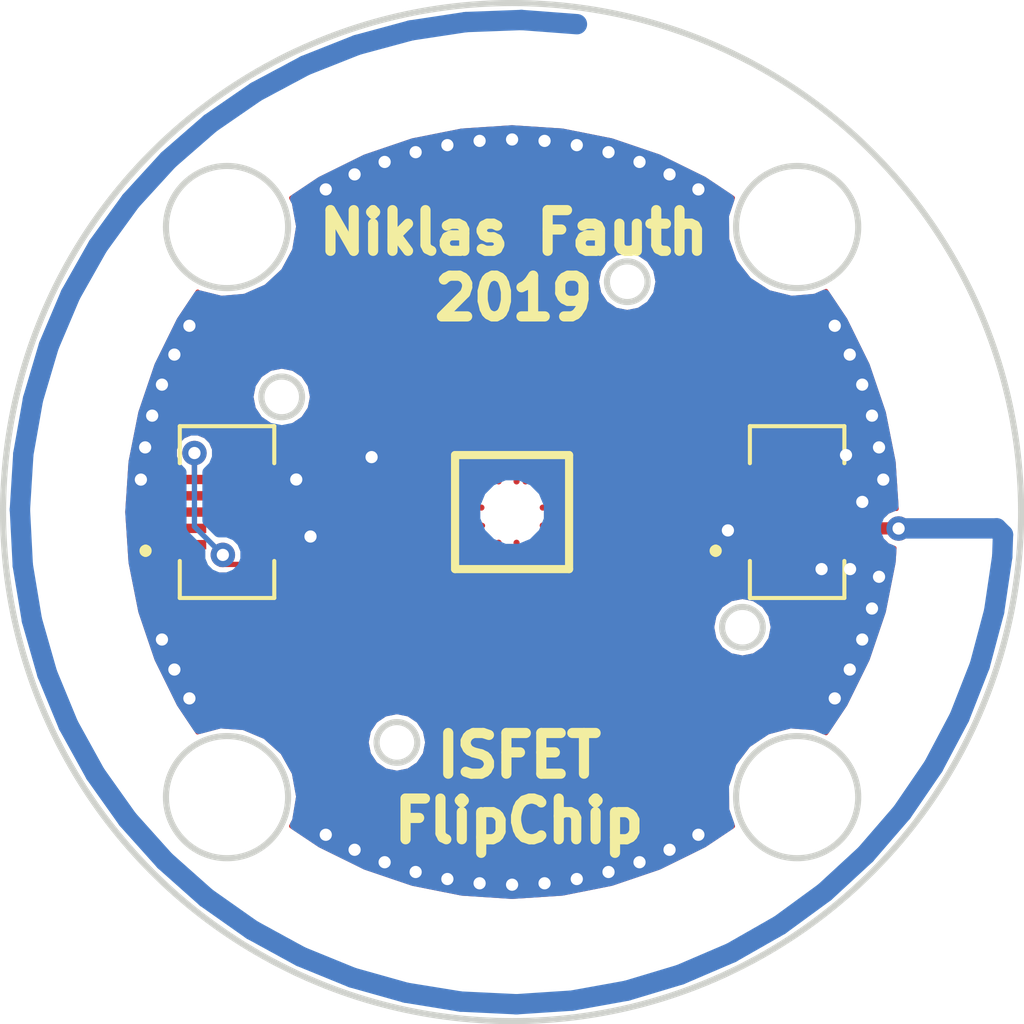
<source format=kicad_pcb>
(kicad_pcb (version 20171130) (host pcbnew 5.0.2-bee76a0~70~ubuntu18.04.1)

  (general
    (thickness 0.6)
    (drawings 28)
    (tracks 199)
    (zones 0)
    (modules 4)
    (nets 16)
  )

  (page A4)
  (layers
    (0 F.Cu signal)
    (31 B.Cu signal)
    (32 B.Adhes user)
    (33 F.Adhes user)
    (34 B.Paste user)
    (35 F.Paste user)
    (36 B.SilkS user)
    (37 F.SilkS user)
    (38 B.Mask user)
    (39 F.Mask user)
    (40 Dwgs.User user)
    (41 Cmts.User user hide)
    (42 Eco1.User user)
    (43 Eco2.User user)
    (44 Edge.Cuts user)
    (45 Margin user)
    (46 B.CrtYd user hide)
    (47 F.CrtYd user hide)
    (48 B.Fab user hide)
    (49 F.Fab user hide)
  )

  (setup
    (last_trace_width 0.13)
    (user_trace_width 0.089)
    (user_trace_width 0.1)
    (user_trace_width 0.2)
    (user_trace_width 0.3)
    (user_trace_width 0.5)
    (user_trace_width 0.8)
    (user_trace_width 1)
    (trace_clearance 0.13)
    (zone_clearance 0.1)
    (zone_45_only no)
    (trace_min 0.089)
    (segment_width 0.2)
    (edge_width 0.15)
    (via_size 0.6)
    (via_drill 0.3)
    (via_min_size 0.45)
    (via_min_drill 0.2)
    (uvia_size 0.3)
    (uvia_drill 0.1)
    (uvias_allowed no)
    (uvia_min_size 0.2)
    (uvia_min_drill 0.1)
    (pcb_text_width 0.3)
    (pcb_text_size 1.5 1.5)
    (mod_edge_width 0.15)
    (mod_text_size 0 0)
    (mod_text_width 0)
    (pad_size 1.3 1.3)
    (pad_drill 1.3)
    (pad_to_mask_clearance 0.051)
    (solder_mask_min_width 0.25)
    (aux_axis_origin 0 0)
    (visible_elements FFFFFF7F)
    (pcbplotparams
      (layerselection 0x010f0_ffffffff)
      (usegerberextensions true)
      (usegerberattributes false)
      (usegerberadvancedattributes false)
      (creategerberjobfile false)
      (excludeedgelayer true)
      (linewidth 0.100000)
      (plotframeref false)
      (viasonmask false)
      (mode 1)
      (useauxorigin false)
      (hpglpennumber 1)
      (hpglpenspeed 20)
      (hpglpendiameter 15.000000)
      (psnegative false)
      (psa4output false)
      (plotreference true)
      (plotvalue true)
      (plotinvisibletext false)
      (padsonsilk false)
      (subtractmaskfromsilk false)
      (outputformat 1)
      (mirror false)
      (drillshape 0)
      (scaleselection 1)
      (outputdirectory "gerber_flipchip_implnt_V1.3"))
  )

  (net 0 "")
  (net 1 GNDD)
  (net 2 REFFET1_D2)
  (net 3 REFFET1_D3)
  (net 4 REFFET1_D4)
  (net 5 ISFET1_D4)
  (net 6 ISFET1_D3)
  (net 7 ISFET1_D2)
  (net 8 ISFET1_D1)
  (net 9 ELEC1)
  (net 10 RF_ANT)
  (net 11 "Net-(J11-Pad7)")
  (net 12 "Net-(J11-Pad8)")
  (net 13 "Net-(J11-Pad1)")
  (net 14 "Net-(J11-Pad5)")
  (net 15 O2_ELEC1)

  (net_class Default "This is the default net class."
    (clearance 0.13)
    (trace_width 0.13)
    (via_dia 0.6)
    (via_drill 0.3)
    (uvia_dia 0.3)
    (uvia_drill 0.1)
    (add_net ELEC1)
    (add_net GNDD)
    (add_net ISFET1_D1)
    (add_net ISFET1_D2)
    (add_net ISFET1_D3)
    (add_net ISFET1_D4)
    (add_net "Net-(J11-Pad1)")
    (add_net "Net-(J11-Pad5)")
    (add_net "Net-(J11-Pad7)")
    (add_net "Net-(J11-Pad8)")
    (add_net O2_ELEC1)
    (add_net REFFET1_D2)
    (add_net REFFET1_D3)
    (add_net REFFET1_D4)
    (add_net RF_ANT)
  )

  (module "DF37NC-10DS-0.4V(51):DF37NC10DS04V51" locked (layer F.Cu) (tedit 5D6FF60C) (tstamp 5CEB07AF)
    (at 117 80 270)
    (descr "DF37NC-10DS-0.4V(51)-2")
    (tags Connector)
    (path /5CDD71F8)
    (attr smd)
    (fp_text reference J11 (at 0 0.205 270) (layer F.SilkS) hide
      (effects (font (size 1.27 1.27) (thickness 0.254)))
    )
    (fp_text value Conn_02x05_Odd_Even_MountingPin (at 0 0.205 270) (layer F.SilkS) hide
      (effects (font (size 1.27 1.27) (thickness 0.254)))
    )
    (fp_arc (start 0.95 2) (end 0.9 2) (angle -180) (layer F.SilkS) (width 0.2))
    (fp_arc (start 0.95 2) (end 1 2) (angle -180) (layer F.SilkS) (width 0.2))
    (fp_line (start 0.9 2) (end 0.9 2) (layer F.SilkS) (width 0.2))
    (fp_line (start 1 2) (end 1 2) (layer F.SilkS) (width 0.2))
    (fp_line (start -2.11 1.16) (end -1.2 1.16) (layer F.SilkS) (width 0.1))
    (fp_line (start -2.11 -1.16) (end -2.11 1.16) (layer F.SilkS) (width 0.1))
    (fp_line (start -1.2 -1.16) (end -2.11 -1.16) (layer F.SilkS) (width 0.1))
    (fp_line (start 2.11 1.16) (end 1.2 1.16) (layer F.SilkS) (width 0.1))
    (fp_line (start 2.11 -1.16) (end 2.11 1.16) (layer F.SilkS) (width 0.1))
    (fp_line (start 1.2 -1.16) (end 2.11 -1.16) (layer F.SilkS) (width 0.1))
    (fp_line (start 3.11 3.05) (end 3.11 -2.64) (layer Dwgs.User) (width 0.1))
    (fp_line (start -3.11 3.05) (end 3.11 3.05) (layer Dwgs.User) (width 0.1))
    (fp_line (start -3.11 -2.64) (end -3.11 3.05) (layer Dwgs.User) (width 0.1))
    (fp_line (start 3.11 -2.64) (end -3.11 -2.64) (layer Dwgs.User) (width 0.1))
    (fp_line (start 2.11 1.16) (end 2.11 -1.16) (layer Dwgs.User) (width 0.2))
    (fp_line (start -2.11 1.16) (end 2.11 1.16) (layer Dwgs.User) (width 0.2))
    (fp_line (start -2.11 -1.16) (end -2.11 1.16) (layer Dwgs.User) (width 0.2))
    (fp_line (start 2.11 -1.16) (end -2.11 -1.16) (layer Dwgs.User) (width 0.2))
    (pad 10 smd rect (at -0.8 -0.825 270) (size 0.23 0.63) (layers F.Cu F.Paste F.Mask)
      (net 15 O2_ELEC1))
    (pad 9 smd rect (at -0.8 0.825 270) (size 0.23 0.63) (layers F.Cu F.Paste F.Mask)
      (net 9 ELEC1))
    (pad 8 smd rect (at -0.4 -0.825 270) (size 0.23 0.63) (layers F.Cu F.Paste F.Mask)
      (net 12 "Net-(J11-Pad8)"))
    (pad 7 smd rect (at -0.4 0.825 270) (size 0.23 0.63) (layers F.Cu F.Paste F.Mask)
      (net 11 "Net-(J11-Pad7)"))
    (pad 6 smd rect (at 0 -0.825 270) (size 0.23 0.63) (layers F.Cu F.Paste F.Mask)
      (net 1 GNDD))
    (pad 5 smd rect (at 0 0.825 270) (size 0.23 0.63) (layers F.Cu F.Paste F.Mask)
      (net 14 "Net-(J11-Pad5)"))
    (pad 4 smd rect (at 0.4 -0.825 270) (size 0.23 0.63) (layers F.Cu F.Paste F.Mask)
      (net 10 RF_ANT))
    (pad 3 smd rect (at 0.4 0.825 270) (size 0.23 0.63) (layers F.Cu F.Paste F.Mask)
      (net 1 GNDD))
    (pad 2 smd rect (at 0.8 -0.825 270) (size 0.23 0.63) (layers F.Cu F.Paste F.Mask)
      (net 1 GNDD))
    (pad 1 smd rect (at 0.8 0.825 270) (size 0.23 0.63) (layers F.Cu F.Paste F.Mask)
      (net 13 "Net-(J11-Pad1)"))
  )

  (module "DF37NC-10DS-0.4V(51):DF37NC10DS04V51" (layer F.Cu) (tedit 5D6FF5EB) (tstamp 5CF16BCB)
    (at 103 80 270)
    (descr "DF37NC-10DS-0.4V(51)-2")
    (tags Connector)
    (path /5CE23AE6)
    (attr smd)
    (fp_text reference J12 (at 0 0.205 270) (layer F.SilkS) hide
      (effects (font (size 1.27 1.27) (thickness 0.254)))
    )
    (fp_text value Conn_02x05_Odd_Even_MountingPin (at 0 0.205 270) (layer F.SilkS) hide
      (effects (font (size 1.27 1.27) (thickness 0.254)))
    )
    (fp_arc (start 0.95 2) (end 0.9 2) (angle -180) (layer F.SilkS) (width 0.2))
    (fp_arc (start 0.95 2) (end 1 2) (angle -180) (layer F.SilkS) (width 0.2))
    (fp_line (start 0.9 2) (end 0.9 2) (layer F.SilkS) (width 0.2))
    (fp_line (start 1 2) (end 1 2) (layer F.SilkS) (width 0.2))
    (fp_line (start -2.11 1.16) (end -1.2 1.16) (layer F.SilkS) (width 0.1))
    (fp_line (start -2.11 -1.16) (end -2.11 1.16) (layer F.SilkS) (width 0.1))
    (fp_line (start -1.2 -1.16) (end -2.11 -1.16) (layer F.SilkS) (width 0.1))
    (fp_line (start 2.11 1.16) (end 1.2 1.16) (layer F.SilkS) (width 0.1))
    (fp_line (start 2.11 -1.16) (end 2.11 1.16) (layer F.SilkS) (width 0.1))
    (fp_line (start 1.2 -1.16) (end 2.11 -1.16) (layer F.SilkS) (width 0.1))
    (fp_line (start 3.11 3.05) (end 3.11 -2.64) (layer Dwgs.User) (width 0.1))
    (fp_line (start -3.11 3.05) (end 3.11 3.05) (layer Dwgs.User) (width 0.1))
    (fp_line (start -3.11 -2.64) (end -3.11 3.05) (layer Dwgs.User) (width 0.1))
    (fp_line (start 3.11 -2.64) (end -3.11 -2.64) (layer Dwgs.User) (width 0.1))
    (fp_line (start 2.11 1.16) (end 2.11 -1.16) (layer Dwgs.User) (width 0.2))
    (fp_line (start -2.11 1.16) (end 2.11 1.16) (layer Dwgs.User) (width 0.2))
    (fp_line (start -2.11 -1.16) (end -2.11 1.16) (layer Dwgs.User) (width 0.2))
    (fp_line (start 2.11 -1.16) (end -2.11 -1.16) (layer Dwgs.User) (width 0.2))
    (pad 10 smd rect (at -0.8 -0.825 270) (size 0.23 0.63) (layers F.Cu F.Paste F.Mask)
      (net 1 GNDD))
    (pad 9 smd rect (at -0.8 0.825 270) (size 0.23 0.63) (layers F.Cu F.Paste F.Mask))
    (pad 8 smd rect (at -0.4 -0.825 270) (size 0.23 0.63) (layers F.Cu F.Paste F.Mask)
      (net 2 REFFET1_D2))
    (pad 7 smd rect (at -0.4 0.825 270) (size 0.23 0.63) (layers F.Cu F.Paste F.Mask)
      (net 5 ISFET1_D4))
    (pad 6 smd rect (at 0 -0.825 270) (size 0.23 0.63) (layers F.Cu F.Paste F.Mask)
      (net 3 REFFET1_D3))
    (pad 5 smd rect (at 0 0.825 270) (size 0.23 0.63) (layers F.Cu F.Paste F.Mask)
      (net 6 ISFET1_D3))
    (pad 4 smd rect (at 0.4 -0.825 270) (size 0.23 0.63) (layers F.Cu F.Paste F.Mask)
      (net 4 REFFET1_D4))
    (pad 3 smd rect (at 0.4 0.825 270) (size 0.23 0.63) (layers F.Cu F.Paste F.Mask)
      (net 7 ISFET1_D2))
    (pad 2 smd rect (at 0.8 -0.825 270) (size 0.23 0.63) (layers F.Cu F.Paste F.Mask))
    (pad 1 smd rect (at 0.8 0.825 270) (size 0.23 0.63) (layers F.Cu F.Paste F.Mask)
      (net 8 ISFET1_D1))
  )

  (module MountingHole:MountingHole_2.5mm (layer F.Cu) (tedit 5D65E28D) (tstamp 5CE83DBE)
    (at 110 80)
    (descr "Mounting Hole 2.5mm, no annular")
    (tags "mounting hole 2.5mm no annular")
    (attr virtual)
    (fp_text reference REF** (at 0 -3.5) (layer F.SilkS) hide
      (effects (font (size 1 1) (thickness 0.15)))
    )
    (fp_text value MountingHole_2.5mm (at 0 3.5) (layer F.Fab)
      (effects (font (size 1 1) (thickness 0.15)))
    )
    (fp_circle (center 0 0) (end 2.75 0) (layer F.CrtYd) (width 0.05))
    (fp_circle (center 0 0) (end 2.5 0) (layer Cmts.User) (width 0.15))
    (fp_text user %R (at 0.3 0) (layer F.Fab)
      (effects (font (size 1 1) (thickness 0.15)))
    )
    (pad "" np_thru_hole circle (at 0 0) (size 1.3 1.3) (drill 1.3) (layers *.Cu *.Mask))
  )

  (module Sensor_Voltage:ISFET_FC_MIN (layer F.Cu) (tedit 5CEBFDF7) (tstamp 5CE83D9A)
    (at 110 80)
    (fp_text reference REF** (at -1.9 1.7) (layer F.SilkS) hide
      (effects (font (size 1 1) (thickness 0.15)))
    )
    (fp_text value ISFET_FC_MIN (at -0.4 -3.5) (layer F.Fab)
      (effects (font (size 1 1) (thickness 0.15)))
    )
    (pad D4i smd circle (at 0.753 -0.55 90) (size 0.15 0.15) (layers F.Cu F.Paste F.Mask)
      (net 5 ISFET1_D4))
    (pad D2i smd circle (at 0.753 0.33 270) (size 0.15 0.15) (layers F.Cu F.Paste F.Mask)
      (net 7 ISFET1_D2))
    (pad D3i smd circle (at 0.753 -0.11 90) (size 0.15 0.15) (layers F.Cu F.Paste F.Mask)
      (net 6 ISFET1_D3))
    (pad D1i smd circle (at 0.55 0.753) (size 0.15 0.15) (layers F.Cu F.Paste F.Mask)
      (net 8 ISFET1_D1))
    (pad SUB smd circle (at -0.33 0.753 180) (size 0.15 0.15) (layers F.Cu F.Paste F.Mask))
    (pad S smd circle (at 0.11 0.753) (size 0.15 0.15) (layers F.Cu F.Paste F.Mask))
    (pad D3m smd circle (at -0.753 -0.11 90) (size 0.15 0.15) (layers F.Cu F.Paste F.Mask)
      (net 3 REFFET1_D3))
    (pad D4m smd circle (at -0.753 -0.55 90) (size 0.15 0.15) (layers F.Cu F.Paste F.Mask)
      (net 4 REFFET1_D4))
    (pad D2m smd circle (at -0.753 0.33 270) (size 0.15 0.15) (layers F.Cu F.Paste F.Mask)
      (net 2 REFFET1_D2))
    (pad G smd circle (at -0.33 -0.753 180) (size 0.15 0.15) (layers F.Cu F.Paste F.Mask))
    (pad O2 smd circle (at 0.33 -0.753) (size 0.15 0.15) (layers F.Cu F.Paste F.Mask)
      (net 15 O2_ELEC1))
    (pad ELEC smd circle (at 0.11 -0.753) (size 0.15 0.15) (layers F.Cu F.Paste F.Mask)
      (net 9 ELEC1))
  )

  (gr_poly (pts (xy 111 79) (xy 111 81) (xy 109 81) (xy 109 79)) (layer F.Mask) (width 0.15))
  (gr_circle (center 103 73) (end 103 74.5) (layer Edge.Cuts) (width 0.15) (tstamp 5D65E110))
  (gr_circle (center 112.828427 74.343146) (end 113.181981 73.989592) (layer Edge.Cuts) (width 0.15) (tstamp 5D65E10F))
  (gr_circle (center 104.343146 77.171573) (end 103.989592 76.818019) (layer Edge.Cuts) (width 0.15) (tstamp 5D65E10E))
  (gr_circle (center 115.656854 82.828427) (end 116.010408 83.181981) (layer Edge.Cuts) (width 0.15) (tstamp 5D65E10D))
  (gr_circle (center 107.171573 85.656854) (end 106.818019 86.010408) (layer Edge.Cuts) (width 0.15) (tstamp 5D65E10C))
  (gr_circle (center 117 87) (end 117 88.5) (layer Edge.Cuts) (width 0.15) (tstamp 5D65E10B))
  (gr_circle (center 103 87) (end 103 88.5) (layer Edge.Cuts) (width 0.15) (tstamp 5D65E10A))
  (gr_circle (center 117 73) (end 117 74.5) (layer Edge.Cuts) (width 0.15) (tstamp 5D65E109))
  (gr_arc (start 110 80) (end 118.034845 70.424443) (angle 360) (layer Edge.Cuts) (width 0.15))
  (gr_circle (center 110.75 80.33) (end 110.725 80.38) (layer F.Mask) (width 0.2) (tstamp 5D390D8C))
  (gr_circle (center 110.11 79.25) (end 110.085 79.3) (layer F.Mask) (width 0.2) (tstamp 5D390D8B))
  (gr_circle (center 110.11 80.75) (end 110.085001 80.8) (layer F.Mask) (width 0.2) (tstamp 5D390D8A))
  (gr_circle (center 109.25 79.89) (end 109.225 79.94) (layer F.Mask) (width 0.2) (tstamp 5D390D89))
  (gr_circle (center 110.75 79.89) (end 110.725 79.94) (layer F.Mask) (width 0.2) (tstamp 5D390D88))
  (gr_circle (center 109.67 79.25) (end 109.645 79.3) (layer F.Mask) (width 0.2) (tstamp 5D390D87))
  (gr_circle (center 109.25 80.33) (end 109.225 80.38) (layer F.Mask) (width 0.2) (tstamp 5D390D86))
  (gr_circle (center 109.25 79.45) (end 109.225 79.5) (layer F.Mask) (width 0.2) (tstamp 5D390D85))
  (gr_circle (center 110.75 79.45) (end 110.725 79.5) (layer F.Mask) (width 0.2) (tstamp 5D390D84))
  (gr_circle (center 110.55 80.75) (end 110.525 80.799999) (layer F.Mask) (width 0.2) (tstamp 5D390D83))
  (gr_circle (center 109.67 80.75) (end 109.645001 80.8) (layer F.Mask) (width 0.2) (tstamp 5D390D82))
  (gr_circle (center 110.33 79.25) (end 110.305 79.3) (layer F.Mask) (width 0.2) (tstamp 5D390D81))
  (gr_text "Niklas Fauth\n2019" (at 110.04 73.94) (layer F.SilkS) (tstamp 5CEC3529)
    (effects (font (size 1 1) (thickness 0.25)))
  )
  (gr_text "ISFET\nFlipChip" (at 110.17 86.78) (layer F.SilkS) (tstamp 5CE83DBD)
    (effects (font (size 1 1) (thickness 0.25)))
  )
  (gr_line (start 108.6 78.6) (end 111.4 78.6) (layer F.SilkS) (width 0.2) (tstamp 5CE83DAA))
  (gr_line (start 108.6 81.4) (end 108.6 78.6) (layer F.SilkS) (width 0.2) (tstamp 5CE83DA9))
  (gr_line (start 111.4 81.4) (end 108.6 81.4) (layer F.SilkS) (width 0.2) (tstamp 5CE83D7B))
  (gr_line (start 111.4 78.6) (end 111.4 81.4) (layer F.SilkS) (width 0.2) (tstamp 5CE83D7A))

  (segment (start 102.84206 81.28508) (end 109.13872 81.28508) (width 0.13) (layer F.Cu) (net 0))
  (segment (start 109.13872 81.28508) (end 109.92866 81.28508) (width 0.13) (layer F.Cu) (net 0))
  (segment (start 109.92866 81.28508) (end 110.109 81.10474) (width 0.13) (layer F.Cu) (net 0))
  (segment (start 110.109 81.10474) (end 110.109 80.75676) (width 0.13) (layer F.Cu) (net 0))
  (segment (start 109.67212 81.12788) (end 109.67212 80.75168) (width 0.13) (layer F.Cu) (net 0))
  (segment (start 109.13872 81.28508) (end 109.51492 81.28508) (width 0.13) (layer F.Cu) (net 0))
  (segment (start 109.51492 81.28508) (end 109.67212 81.12788) (width 0.13) (layer F.Cu) (net 0))
  (via (at 117.6 81.4) (size 0.6) (drill 0.3) (layers F.Cu B.Cu) (net 1) (tstamp 5D7DDA83))
  (via (at 102.897693 81.0517) (size 0.6) (drill 0.3) (layers F.Cu B.Cu) (net 0))
  (segment (start 102.84206 81.28508) (end 102.84206 81.107333) (width 0.13) (layer F.Cu) (net 0))
  (segment (start 102.84206 81.107333) (end 102.897693 81.0517) (width 0.13) (layer F.Cu) (net 0))
  (via (at 102.2 78.55) (size 0.6) (drill 0.3) (layers F.Cu B.Cu) (net 0))
  (segment (start 102.897693 81.0517) (end 102.2 80.354007) (width 0.13) (layer B.Cu) (net 0))
  (segment (start 102.2 80.354007) (end 102.2 78.55) (width 0.13) (layer B.Cu) (net 0))
  (segment (start 102.2 78.55) (end 102.2 79.2) (width 0.13) (layer F.Cu) (net 0))
  (segment (start 109.6645 78.8645) (end 109.6645 79.21752) (width 0.13) (layer F.Cu) (net 0))
  (segment (start 103.45 80.8) (end 102.689989 80.039989) (width 0.13) (layer F.Cu) (net 0))
  (segment (start 103.88 80.8) (end 103.45 80.8) (width 0.13) (layer F.Cu) (net 0))
  (segment (start 102.689989 80.039989) (end 102.689989 78.7423) (width 0.13) (layer F.Cu) (net 0))
  (segment (start 103.332289 78.1) (end 108.9 78.1) (width 0.13) (layer F.Cu) (net 0))
  (segment (start 102.689989 78.7423) (end 103.332289 78.1) (width 0.13) (layer F.Cu) (net 0))
  (segment (start 108.9 78.1) (end 109.6645 78.8645) (width 0.13) (layer F.Cu) (net 0))
  (via (at 110.797475 89.115181) (size 0.6) (drill 0.3) (layers F.Cu B.Cu) (net 1) (tstamp 5CF75186))
  (via (at 111.588881 89.01099) (size 0.6) (drill 0.3) (layers F.Cu B.Cu) (net 1) (tstamp 5CF75186))
  (via (at 112.368194 88.83822) (size 0.6) (drill 0.3) (layers F.Cu B.Cu) (net 1) (tstamp 5CF75186))
  (via (at 113.129484 88.598186) (size 0.6) (drill 0.3) (layers F.Cu B.Cu) (net 1) (tstamp 5CF75186))
  (via (at 114.575 87.924131) (size 0.6) (drill 0.3) (layers F.Cu B.Cu) (net 1) (tstamp 5CF751B8))
  (via (at 113.866957 88.292715) (size 0.6) (drill 0.3) (layers F.Cu B.Cu) (net 1) (tstamp 5CF751B6))
  (via (at 117.92413 84.574999) (size 0.6) (drill 0.3) (layers F.Cu B.Cu) (net 1) (tstamp 5CF751B4))
  (via (at 118.292714 83.866956) (size 0.6) (drill 0.3) (layers F.Cu B.Cu) (net 1) (tstamp 5CF751B5))
  (via (at 118.598185 83.129483) (size 0.6) (drill 0.3) (layers F.Cu B.Cu) (net 1) (tstamp 5CF751B7))
  (via (at 118.598183 76.870516) (size 0.6) (drill 0.3) (layers F.Cu B.Cu) (net 1) (tstamp 5CF751B4))
  (via (at 118.292712 76.133044) (size 0.6) (drill 0.3) (layers F.Cu B.Cu) (net 1) (tstamp 5CF751B5))
  (via (at 117.924128 75.425001) (size 0.6) (drill 0.3) (layers F.Cu B.Cu) (net 1) (tstamp 5CF751B7))
  (via (at 118.838217 77.631806) (size 0.6) (drill 0.3) (layers F.Cu B.Cu) (net 1) (tstamp 5CF751B8))
  (via (at 119.010987 78.411119) (size 0.6) (drill 0.3) (layers F.Cu B.Cu) (net 1) (tstamp 5CF751B6))
  (via (at 114.574998 72.075871) (size 0.6) (drill 0.3) (layers F.Cu B.Cu) (net 1) (tstamp 5CF75277))
  (via (at 112.368193 71.161782) (size 0.6) (drill 0.3) (layers F.Cu B.Cu) (net 1) (tstamp 5CF75278))
  (via (at 111.58888 70.989012) (size 0.6) (drill 0.3) (layers F.Cu B.Cu) (net 1) (tstamp 5CF75279))
  (via (at 113.129483 71.401816) (size 0.6) (drill 0.3) (layers F.Cu B.Cu) (net 1) (tstamp 5CF7527A))
  (via (at 113.866955 71.707287) (size 0.6) (drill 0.3) (layers F.Cu B.Cu) (net 1) (tstamp 5CF7527B))
  (via (at 110.797474 70.884822) (size 0.6) (drill 0.3) (layers F.Cu B.Cu) (net 1) (tstamp 5CF75277))
  (via (at 108.411119 70.989014) (size 0.6) (drill 0.3) (layers F.Cu B.Cu) (net 1) (tstamp 5CF75278))
  (via (at 107.631806 71.161784) (size 0.6) (drill 0.3) (layers F.Cu B.Cu) (net 1) (tstamp 5CF75279))
  (via (at 109.202524 70.884823) (size 0.6) (drill 0.3) (layers F.Cu B.Cu) (net 1) (tstamp 5CF7527A))
  (via (at 109.999999 70.850004) (size 0.6) (drill 0.3) (layers F.Cu B.Cu) (net 1) (tstamp 5CF7527B))
  (via (at 106.870516 71.401818) (size 0.6) (drill 0.3) (layers F.Cu B.Cu) (net 1) (tstamp 5CF75277))
  (via (at 105.425002 72.075873) (size 0.6) (drill 0.3) (layers F.Cu B.Cu) (net 1) (tstamp 5CF7527A))
  (via (at 106.133044 71.707289) (size 0.6) (drill 0.3) (layers F.Cu B.Cu) (net 1) (tstamp 5CF7527B))
  (via (at 102.075872 75.425003) (size 0.6) (drill 0.3) (layers F.Cu B.Cu) (net 1) (tstamp 5CF7538C))
  (via (at 101.707288 76.133046) (size 0.6) (drill 0.3) (layers F.Cu B.Cu) (net 1) (tstamp 5CF7538E))
  (via (at 102.075875 84.574997) (size 0.6) (drill 0.3) (layers F.Cu B.Cu) (net 1) (tstamp 5CF7538A))
  (via (at 101.40182 83.129483) (size 0.6) (drill 0.3) (layers F.Cu B.Cu) (net 1) (tstamp 5CF7538B))
  (via (at 101.707291 83.866955) (size 0.6) (drill 0.3) (layers F.Cu B.Cu) (net 1) (tstamp 5CF7538D))
  (via (at 105.425005 87.924127) (size 0.6) (drill 0.3) (layers F.Cu B.Cu) (net 1) (tstamp 5CF7538C))
  (via (at 106.133047 88.29271) (size 0.6) (drill 0.3) (layers F.Cu B.Cu) (net 1) (tstamp 5CF7538E))
  (via (at 106.870519 88.598181) (size 0.6) (drill 0.3) (layers F.Cu B.Cu) (net 1) (tstamp 5CF75486))
  (via (at 107.631808 88.838215) (size 0.6) (drill 0.3) (layers F.Cu B.Cu) (net 1) (tstamp 5CF75486))
  (via (at 108.411121 89.010984) (size 0.6) (drill 0.3) (layers F.Cu B.Cu) (net 1) (tstamp 5CF75486))
  (via (at 109.202526 89.115174) (size 0.6) (drill 0.3) (layers F.Cu B.Cu) (net 1) (tstamp 5CF75486))
  (via (at 118.838219 82.368193) (size 0.6) (drill 0.3) (layers F.Cu B.Cu) (net 1) (tstamp 5CF754B7))
  (via (at 119.010989 81.58888) (size 0.6) (drill 0.3) (layers F.Cu B.Cu) (net 1) (tstamp 5CF754B7))
  (via (at 119.115178 79.202524) (size 0.6) (drill 0.3) (layers F.Cu B.Cu) (net 1) (tstamp 5CF754B7))
  (via (at 101.401817 76.870518) (size 0.6) (drill 0.3) (layers F.Cu B.Cu) (net 1) (tstamp 5CF754C4))
  (via (at 101.161783 77.631808) (size 0.6) (drill 0.3) (layers F.Cu B.Cu) (net 1) (tstamp 5CF754C4))
  (via (at 100.989014 78.411121) (size 0.6) (drill 0.3) (layers F.Cu B.Cu) (net 1) (tstamp 5CF754C4))
  (via (at 100.884824 79.202526) (size 0.6) (drill 0.3) (layers F.Cu B.Cu) (net 1) (tstamp 5CF754C4))
  (via (at 110 89.15) (size 0.6) (drill 0.3) (layers F.Cu B.Cu) (net 1))
  (via (at 118.3 81.4) (size 0.6) (drill 0.3) (layers F.Cu B.Cu) (net 1))
  (via (at 118.2 78.6) (size 0.6) (drill 0.3) (layers F.Cu B.Cu) (net 1))
  (via (at 104.7 79.2) (size 0.6) (drill 0.3) (layers F.Cu B.Cu) (net 1))
  (via (at 106.55 78.65) (size 0.6) (drill 0.3) (layers F.Cu B.Cu) (net 1))
  (via (at 105.05 80.6) (size 0.6) (drill 0.3) (layers F.Cu B.Cu) (net 1))
  (via (at 115.3 80.45) (size 0.6) (drill 0.3) (layers F.Cu B.Cu) (net 1))
  (via (at 118.6 79.75) (size 0.6) (drill 0.3) (layers F.Cu B.Cu) (net 1))
  (segment (start 103.88 79.6) (end 103.814999 79.534999) (width 0.13) (layer F.Cu) (net 2))
  (segment (start 106.74604 80.33258) (end 109.27334 80.33258) (width 0.13) (layer F.Cu) (net 2))
  (segment (start 106.26346 79.85) (end 104.6 79.85) (width 0.13) (layer F.Cu) (net 2))
  (segment (start 106.74604 80.33258) (end 106.26346 79.85) (width 0.13) (layer F.Cu) (net 2))
  (segment (start 104.6 79.85) (end 104.35 79.6) (width 0.13) (layer F.Cu) (net 2))
  (segment (start 104.35 79.6) (end 103.8 79.6) (width 0.13) (layer F.Cu) (net 2))
  (segment (start 105.40119 78.620022) (end 106.671788 79.89062) (width 0.13) (layer F.Cu) (net 3))
  (segment (start 103.800829 78.620022) (end 105.40119 78.620022) (width 0.13) (layer F.Cu) (net 3))
  (segment (start 106.671788 79.89062) (end 109.204999 79.89062) (width 0.13) (layer F.Cu) (net 3))
  (segment (start 103.623975 78.620023) (end 103.21001 79.033988) (width 0.13) (layer F.Cu) (net 3))
  (segment (start 103.21001 79.033988) (end 103.21001 79.742302) (width 0.13) (layer F.Cu) (net 3))
  (segment (start 103.21001 79.742302) (end 103.467708 80) (width 0.13) (layer F.Cu) (net 3))
  (segment (start 103.467708 80) (end 103.7 80) (width 0.13) (layer F.Cu) (net 3))
  (segment (start 103.629977 78.620023) (end 103.629979 78.620021) (width 0.13) (layer F.Cu) (net 3))
  (segment (start 103.623975 78.620023) (end 103.629977 78.620023) (width 0.13) (layer F.Cu) (net 3))
  (segment (start 103.629979 78.620021) (end 103.85 78.620021) (width 0.13) (layer F.Cu) (net 3))
  (segment (start 105.508887 78.360011) (end 106.600076 79.4512) (width 0.13) (layer F.Cu) (net 4))
  (segment (start 103.5 80.4) (end 102.95 79.85) (width 0.13) (layer F.Cu) (net 4))
  (segment (start 103.439989 78.360011) (end 105.508887 78.360011) (width 0.13) (layer F.Cu) (net 4))
  (segment (start 102.95 78.85) (end 103.439989 78.360011) (width 0.13) (layer F.Cu) (net 4))
  (segment (start 102.95 79.85) (end 102.95 78.85) (width 0.13) (layer F.Cu) (net 4))
  (segment (start 103.88 80.4) (end 103.5 80.4) (width 0.13) (layer F.Cu) (net 4))
  (segment (start 106.600076 79.4512) (end 109.25556 79.4512) (width 0.13) (layer F.Cu) (net 4))
  (segment (start 111.27545 79.4512) (end 110.77194 79.4512) (width 0.13) (layer F.Cu) (net 5))
  (segment (start 111.74662 79.92237) (end 111.27545 79.4512) (width 0.13) (layer F.Cu) (net 5))
  (segment (start 111.74662 81.75338) (end 111.74662 79.92237) (width 0.13) (layer F.Cu) (net 5))
  (segment (start 102.15 79.6) (end 101.8 79.6) (width 0.13) (layer F.Cu) (net 5))
  (segment (start 101.8 79.6) (end 101 80.4) (width 0.13) (layer F.Cu) (net 5))
  (segment (start 101 80.4) (end 101 81.642068) (width 0.13) (layer F.Cu) (net 5))
  (segment (start 101 81.642068) (end 101.690422 82.33249) (width 0.13) (layer F.Cu) (net 5))
  (segment (start 111.16751 82.33249) (end 111.74662 81.75338) (width 0.13) (layer F.Cu) (net 5))
  (segment (start 101.690422 82.33249) (end 111.16751 82.33249) (width 0.13) (layer F.Cu) (net 5))
  (segment (start 111.3497 79.89316) (end 110.795001 79.89316) (width 0.13) (layer F.Cu) (net 6))
  (segment (start 111.486609 80.030069) (end 111.3497 79.89316) (width 0.13) (layer F.Cu) (net 6))
  (segment (start 111.486609 80.876568) (end 111.486609 80.030069) (width 0.13) (layer F.Cu) (net 6))
  (segment (start 111.486609 80.876568) (end 111.486609 81.613391) (width 0.13) (layer F.Cu) (net 6))
  (segment (start 111.486609 81.613391) (end 111.02752 82.07248) (width 0.13) (layer F.Cu) (net 6))
  (segment (start 101.798769 82.072479) (end 110.290697 82.072479) (width 0.13) (layer F.Cu) (net 6))
  (segment (start 101.3 81.57371) (end 101.798769 82.072479) (width 0.13) (layer F.Cu) (net 6))
  (segment (start 110.290697 82.072479) (end 111.027521 82.072479) (width 0.13) (layer F.Cu) (net 6))
  (segment (start 101.3 80.5) (end 101.3 81.57371) (width 0.13) (layer F.Cu) (net 6))
  (segment (start 102.1 80) (end 101.8 80) (width 0.13) (layer F.Cu) (net 6))
  (segment (start 101.8 80) (end 101.3 80.5) (width 0.13) (layer F.Cu) (net 6))
  (segment (start 111.2266 80.768869) (end 111.2266 80.5053) (width 0.13) (layer F.Cu) (net 7))
  (segment (start 111.2266 80.5053) (end 111.05896 80.33766) (width 0.13) (layer F.Cu) (net 7))
  (segment (start 111.05896 80.33766) (end 110.7694 80.33766) (width 0.13) (layer F.Cu) (net 7))
  (segment (start 111.2266 80.768869) (end 111.2266 81.4734) (width 0.13) (layer F.Cu) (net 7))
  (segment (start 111.2266 81.4734) (end 110.9 81.8) (width 0.13) (layer F.Cu) (net 7))
  (segment (start 110.9 81.8) (end 110.2 81.8) (width 0.13) (layer F.Cu) (net 7))
  (segment (start 101.900708 81.80671) (end 102.759001 81.80671) (width 0.13) (layer F.Cu) (net 7))
  (segment (start 101.6 81.506002) (end 101.900708 81.80671) (width 0.13) (layer F.Cu) (net 7))
  (segment (start 101.6 80.65) (end 101.6 81.506002) (width 0.13) (layer F.Cu) (net 7))
  (segment (start 102.1 80.4) (end 101.85 80.4) (width 0.13) (layer F.Cu) (net 7))
  (segment (start 102.759001 81.80671) (end 110.188759 81.80671) (width 0.13) (layer F.Cu) (net 7))
  (segment (start 101.85 80.4) (end 101.6 80.65) (width 0.13) (layer F.Cu) (net 7))
  (segment (start 110.55604 81.07172) (end 110.55604 80.76438) (width 0.13) (layer F.Cu) (net 8))
  (segment (start 110.08106 81.5467) (end 110.55604 81.07172) (width 0.13) (layer F.Cu) (net 8))
  (segment (start 102.15 80.8) (end 102.15 81.35) (width 0.13) (layer F.Cu) (net 8))
  (segment (start 102.3467 81.5467) (end 110.08106 81.5467) (width 0.13) (layer F.Cu) (net 8))
  (segment (start 102.15 81.35) (end 102.3467 81.5467) (width 0.13) (layer F.Cu) (net 8))
  (segment (start 110.15726 78.59268) (end 110.10138 78.64856) (width 0.13) (layer F.Cu) (net 9))
  (segment (start 114.86768 78.59268) (end 110.15726 78.59268) (width 0.13) (layer F.Cu) (net 9))
  (segment (start 115.675 79.2) (end 115.475 79.2) (width 0.13) (layer F.Cu) (net 9))
  (segment (start 110.10138 78.64856) (end 110.10138 79.2099) (width 0.13) (layer F.Cu) (net 9))
  (segment (start 115.475 79.2) (end 114.86768 78.59268) (width 0.13) (layer F.Cu) (net 9))
  (segment (start 115.675 79.2) (end 116.1 79.2) (width 0.13) (layer F.Cu) (net 9))
  (segment (start 107.510802 68.172774) (end 108.862664 67.967302) (width 0.5) (layer B.Cu) (net 10))
  (segment (start 104.919532 69.033312) (end 106.190786 68.529636) (width 0.5) (layer B.Cu) (net 10))
  (segment (start 103.71331 69.677359) (end 104.919532 69.033312) (width 0.5) (layer B.Cu) (net 10))
  (segment (start 101.556681 71.351893) (end 102.587558 70.453531) (width 0.5) (layer B.Cu) (net 10))
  (segment (start 100.633873 72.360954) (end 101.556681 71.351893) (width 0.5) (layer B.Cu) (net 10))
  (segment (start 99.830949 73.467789) (end 100.633873 72.360954) (width 0.5) (layer B.Cu) (net 10))
  (segment (start 121.485263 83.764049) (end 120.986591 85.037275) (width 0.5) (layer B.Cu) (net 10))
  (segment (start 106.190786 68.529636) (end 107.510802 68.172774) (width 0.5) (layer B.Cu) (net 10))
  (segment (start 116.572173 90.143268) (end 116.462108 90.206043) (width 0.5) (layer B.Cu) (net 10))
  (segment (start 118.681263 88.409222) (end 117.675836 89.335999) (width 0.5) (layer B.Cu) (net 10))
  (segment (start 120.347301 86.246015) (end 119.57556 87.374821) (width 0.5) (layer B.Cu) (net 10))
  (segment (start 115.384387 90.820709) (end 114.12768 91.359649) (width 0.5) (layer B.Cu) (net 10))
  (segment (start 103.610272 90.259177) (end 102.492339 89.471767) (width 0.5) (layer B.Cu) (net 10))
  (segment (start 108.862664 67.967302) (end 110.229084 67.915842) (width 0.5) (layer B.Cu) (net 10))
  (segment (start 107.392489 91.801704) (end 106.076115 91.431644) (width 0.5) (layer B.Cu) (net 10))
  (segment (start 119.49 80.4) (end 121.9 80.4) (width 0.5) (layer B.Cu) (net 10))
  (segment (start 99.105241 85.232933) (end 98.583879 83.968821) (width 0.5) (layer B.Cu) (net 10))
  (segment (start 116.462108 90.206043) (end 115.384387 90.820709) (width 0.5) (layer B.Cu) (net 10))
  (segment (start 110.108076 92.085845) (end 108.742229 92.020705) (width 0.5) (layer B.Cu) (net 10))
  (segment (start 121.836925 82.442645) (end 121.485263 83.764049) (width 0.5) (layer B.Cu) (net 10))
  (segment (start 97.998006 78.574696) (end 98.235812 77.228138) (width 0.5) (layer B.Cu) (net 10))
  (segment (start 117.675836 89.335999) (end 116.572173 90.143268) (width 0.5) (layer B.Cu) (net 10))
  (segment (start 98.624197 75.917052) (end 99.158188 74.658234) (width 0.5) (layer B.Cu) (net 10))
  (segment (start 120.986591 85.037275) (end 120.347301 86.246015) (width 0.5) (layer B.Cu) (net 10))
  (segment (start 99.766049 86.430055) (end 99.105241 85.232933) (width 0.5) (layer B.Cu) (net 10))
  (segment (start 112.818137 91.753189) (end 111.472529 91.996291) (width 0.5) (layer B.Cu) (net 10))
  (segment (start 122.055115 80.555116) (end 122.037079 81.089981) (width 0.5) (layer B.Cu) (net 10))
  (segment (start 111.472529 91.996291) (end 110.108076 92.085845) (width 0.5) (layer B.Cu) (net 10))
  (segment (start 106.076115 91.431644) (end 104.809975 90.915264) (width 0.5) (layer B.Cu) (net 10))
  (segment (start 108.742229 92.020705) (end 107.392489 91.801704) (width 0.5) (layer B.Cu) (net 10))
  (segment (start 119.57556 87.374821) (end 118.681263 88.409222) (width 0.5) (layer B.Cu) (net 10))
  (segment (start 104.809975 90.915264) (end 103.610272 90.259177) (width 0.5) (layer B.Cu) (net 10))
  (segment (start 101.470503 88.56312) (end 100.557846 87.544871) (width 0.5) (layer B.Cu) (net 10))
  (segment (start 110.229084 67.915842) (end 111.59257 68.019054) (width 0.5) (layer B.Cu) (net 10))
  (segment (start 98.235812 77.228138) (end 98.624197 75.917052) (width 0.5) (layer B.Cu) (net 10))
  (segment (start 102.492339 89.471767) (end 101.470503 88.56312) (width 0.5) (layer B.Cu) (net 10))
  (segment (start 121.9 80.4) (end 122.055115 80.555116) (width 0.5) (layer B.Cu) (net 10))
  (segment (start 122.037079 81.089981) (end 121.836925 82.442645) (width 0.5) (layer B.Cu) (net 10))
  (segment (start 100.557846 87.544871) (end 99.766049 86.430055) (width 0.5) (layer B.Cu) (net 10))
  (segment (start 98.208647 82.653933) (end 97.984335 81.305055) (width 0.5) (layer B.Cu) (net 10))
  (segment (start 98.583879 83.968821) (end 98.208647 82.653933) (width 0.5) (layer B.Cu) (net 10))
  (segment (start 97.984335 81.305055) (end 97.913822 79.939489) (width 0.5) (layer B.Cu) (net 10))
  (segment (start 97.913822 79.939489) (end 97.998006 78.574696) (width 0.5) (layer B.Cu) (net 10))
  (segment (start 102.587558 70.453531) (end 103.71331 69.677359) (width 0.5) (layer B.Cu) (net 10))
  (segment (start 114.12768 91.359649) (end 112.818137 91.753189) (width 0.5) (layer B.Cu) (net 10))
  (segment (start 99.158188 74.658234) (end 99.830949 73.467789) (width 0.5) (layer B.Cu) (net 10))
  (via (at 119.49176 80.4037) (size 0.6) (drill 0.3) (layers F.Cu B.Cu) (net 10))
  (segment (start 119.48806 80.4) (end 119.49176 80.4037) (width 0.3) (layer F.Cu) (net 10))
  (segment (start 117.85 80.4) (end 119.48806 80.4) (width 0.3) (layer F.Cu) (net 10))
  (segment (start 110.380001 78.919999) (end 110.380001 79.1972) (width 0.13) (layer F.Cu) (net 15))
  (segment (start 111.04465 78.85269) (end 110.44731 78.85269) (width 0.13) (layer F.Cu) (net 15))
  (segment (start 110.44731 78.85269) (end 110.380001 78.919999) (width 0.13) (layer F.Cu) (net 15))
  (segment (start 117.3 79.2) (end 116.75 79.75) (width 0.13) (layer F.Cu) (net 15))
  (segment (start 117.85 79.2) (end 117.3 79.2) (width 0.13) (layer F.Cu) (net 15))
  (segment (start 116.75 79.75) (end 116.75 81.006002) (width 0.13) (layer F.Cu) (net 15))
  (segment (start 116.75 81.006002) (end 116.606002 81.15) (width 0.13) (layer F.Cu) (net 15))
  (segment (start 116.606002 81.15) (end 113.34196 81.15) (width 0.13) (layer F.Cu) (net 15))
  (segment (start 113.34196 81.15) (end 111.04465 78.85269) (width 0.13) (layer F.Cu) (net 15))

  (zone (net 1) (net_name GNDD) (layer F.Cu) (tstamp 5D7DE104) (hatch edge 0.508)
    (connect_pads (clearance 0.1))
    (min_thickness 0.1)
    (fill yes (arc_segments 16) (thermal_gap 0.1) (thermal_bridge_width 0.3) (smoothing fillet) (radius 9.5))
    (polygon
      (pts
        (xy 119.5 89.5) (xy 119.5 70.5) (xy 100.5 70.5) (xy 100.5 89.5)
      )
    )
    (filled_polygon
      (pts
        (xy 111.23346 70.630953) (xy 112.445808 70.872104) (xy 113.61632 71.269438) (xy 114.724952 71.816156) (xy 115.424441 72.283539)
        (xy 115.276484 72.727022) (xy 115.280984 73.300016) (xy 115.470845 73.84066) (xy 115.825593 74.290656) (xy 116.306977 74.601482)
        (xy 116.863089 74.739621) (xy 117.433964 74.690178) (xy 117.711163 74.56763) (xy 118.183844 75.275048) (xy 118.730562 76.38368)
        (xy 119.127896 77.554192) (xy 119.369047 78.76654) (xy 119.444892 79.9237) (xy 119.396282 79.9237) (xy 119.219862 79.996775)
        (xy 119.146637 80.07) (xy 118.265 80.07) (xy 118.2525 80.0575) (xy 117.925 80.0575) (xy 117.925 80.07)
        (xy 117.817498 80.07) (xy 117.725 80.088399) (xy 117.725 80.0575) (xy 117.3975 80.0575) (xy 117.36 80.095)
        (xy 117.36 80.144837) (xy 117.370398 80.16994) (xy 117.340444 80.214768) (xy 117.326474 80.285) (xy 117.326474 80.515)
        (xy 117.340444 80.585232) (xy 117.370398 80.63006) (xy 117.36 80.655163) (xy 117.36 80.705) (xy 117.3975 80.7425)
        (xy 117.725 80.7425) (xy 117.725 80.711601) (xy 117.817498 80.73) (xy 117.925 80.73) (xy 117.925 80.7425)
        (xy 118.2525 80.7425) (xy 118.265 80.73) (xy 119.139237 80.73) (xy 119.219862 80.810625) (xy 119.392086 80.881962)
        (xy 119.369047 81.23346) (xy 119.127896 82.445808) (xy 118.730562 83.61632) (xy 118.183844 84.724952) (xy 117.71143 85.43197)
        (xy 117.407362 85.303214) (xy 116.835781 85.262744) (xy 116.281907 85.409601) (xy 115.805465 85.72795) (xy 115.457829 86.183462)
        (xy 115.276484 86.727022) (xy 115.280984 87.300016) (xy 115.426699 87.714952) (xy 114.724952 88.183844) (xy 113.61632 88.730562)
        (xy 112.445808 89.127896) (xy 111.23346 89.369047) (xy 110 89.449893) (xy 108.76654 89.369047) (xy 107.554192 89.127896)
        (xy 106.38368 88.730562) (xy 105.275048 88.183844) (xy 104.570975 87.713398) (xy 104.650919 87.565236) (xy 104.745 87)
        (xy 104.744785 86.972591) (xy 104.641837 86.408902) (xy 104.361851 85.908952) (xy 104.08039 85.656854) (xy 106.426572 85.656854)
        (xy 106.483282 85.941954) (xy 106.644778 86.183649) (xy 106.886473 86.345145) (xy 107.171573 86.401855) (xy 107.456673 86.345145)
        (xy 107.698368 86.183649) (xy 107.859864 85.941954) (xy 107.916574 85.656854) (xy 107.859864 85.371754) (xy 107.698368 85.130059)
        (xy 107.456673 84.968563) (xy 107.171573 84.911853) (xy 106.886473 84.968563) (xy 106.644778 85.130059) (xy 106.483282 85.371754)
        (xy 106.426572 85.656854) (xy 104.08039 85.656854) (xy 103.935018 85.526648) (xy 103.407362 85.303214) (xy 102.835781 85.262744)
        (xy 102.281907 85.409601) (xy 102.27618 85.413428) (xy 101.816156 84.724952) (xy 101.269438 83.61632) (xy 101.001986 82.828427)
        (xy 114.911853 82.828427) (xy 114.968563 83.113527) (xy 115.130059 83.355222) (xy 115.371754 83.516718) (xy 115.656854 83.573428)
        (xy 115.941954 83.516718) (xy 116.183649 83.355222) (xy 116.345145 83.113527) (xy 116.401855 82.828427) (xy 116.345145 82.543327)
        (xy 116.183649 82.301632) (xy 115.941954 82.140136) (xy 115.656854 82.083426) (xy 115.371754 82.140136) (xy 115.130059 82.301632)
        (xy 114.968563 82.543327) (xy 114.911853 82.828427) (xy 101.001986 82.828427) (xy 100.872104 82.445808) (xy 100.630953 81.23346)
        (xy 100.576325 80.4) (xy 100.750201 80.4) (xy 100.755 80.424126) (xy 100.755001 81.617937) (xy 100.750201 81.642068)
        (xy 100.769216 81.737661) (xy 100.769217 81.737662) (xy 100.823366 81.818703) (xy 100.843822 81.832371) (xy 101.500119 82.488669)
        (xy 101.513787 82.509125) (xy 101.594828 82.563274) (xy 101.666296 82.57749) (xy 101.666297 82.57749) (xy 101.690421 82.582289)
        (xy 101.714546 82.57749) (xy 111.143384 82.57749) (xy 111.16751 82.582289) (xy 111.191636 82.57749) (xy 111.263104 82.563274)
        (xy 111.344145 82.509125) (xy 111.357815 82.488666) (xy 111.902799 81.943683) (xy 111.923255 81.930015) (xy 111.977404 81.848974)
        (xy 111.99162 81.777506) (xy 111.99162 81.777505) (xy 111.996419 81.753381) (xy 111.99162 81.729256) (xy 111.99162 80.146141)
        (xy 113.151657 81.306179) (xy 113.165325 81.326635) (xy 113.241719 81.377679) (xy 113.246366 81.380784) (xy 113.34196 81.399799)
        (xy 113.366086 81.395) (xy 116.581876 81.395) (xy 116.606002 81.399799) (xy 116.630128 81.395) (xy 116.701596 81.380784)
        (xy 116.782637 81.326635) (xy 116.796307 81.306176) (xy 116.906176 81.196307) (xy 116.926635 81.182637) (xy 116.980784 81.101596)
        (xy 116.995 81.030128) (xy 116.999799 81.006002) (xy 116.995 80.981876) (xy 116.995 80.895) (xy 117.36 80.895)
        (xy 117.36 80.944837) (xy 117.382836 80.999968) (xy 117.425032 81.042164) (xy 117.480163 81.065) (xy 117.6875 81.065)
        (xy 117.725 81.0275) (xy 117.725 80.8575) (xy 117.925 80.8575) (xy 117.925 81.0275) (xy 117.9625 81.065)
        (xy 118.169837 81.065) (xy 118.224968 81.042164) (xy 118.267164 80.999968) (xy 118.29 80.944837) (xy 118.29 80.895)
        (xy 118.2525 80.8575) (xy 117.925 80.8575) (xy 117.725 80.8575) (xy 117.3975 80.8575) (xy 117.36 80.895)
        (xy 116.995 80.895) (xy 116.995 79.851481) (xy 117.326474 79.520008) (xy 117.326474 79.715) (xy 117.340444 79.785232)
        (xy 117.370398 79.83006) (xy 117.36 79.855163) (xy 117.36 79.905) (xy 117.3975 79.9425) (xy 117.725 79.9425)
        (xy 117.725 79.898526) (xy 117.925 79.898526) (xy 117.925 79.9425) (xy 118.2525 79.9425) (xy 118.29 79.905)
        (xy 118.29 79.855163) (xy 118.279602 79.83006) (xy 118.309556 79.785232) (xy 118.323526 79.715) (xy 118.323526 79.485)
        (xy 118.309556 79.414768) (xy 118.299688 79.4) (xy 118.309556 79.385232) (xy 118.323526 79.315) (xy 118.323526 79.085)
        (xy 118.309556 79.014768) (xy 118.269772 78.955228) (xy 118.210232 78.915444) (xy 118.14 78.901474) (xy 117.51 78.901474)
        (xy 117.439768 78.915444) (xy 117.380569 78.955) (xy 117.324124 78.955) (xy 117.299999 78.950201) (xy 117.275874 78.955)
        (xy 117.204406 78.969216) (xy 117.123365 79.023365) (xy 117.109697 79.043821) (xy 116.672695 79.480824) (xy 116.659556 79.414768)
        (xy 116.649688 79.4) (xy 116.659556 79.385232) (xy 116.673526 79.315) (xy 116.673526 79.085) (xy 116.659556 79.014768)
        (xy 116.619772 78.955228) (xy 116.560232 78.915444) (xy 116.49 78.901474) (xy 115.86 78.901474) (xy 115.789768 78.915444)
        (xy 115.730569 78.955) (xy 115.576482 78.955) (xy 115.057985 78.436504) (xy 115.044315 78.416045) (xy 114.963274 78.361896)
        (xy 114.891806 78.34768) (xy 114.86768 78.342881) (xy 114.843554 78.34768) (xy 110.181384 78.34768) (xy 110.157259 78.342881)
        (xy 110.133135 78.34768) (xy 110.133134 78.34768) (xy 110.061666 78.361896) (xy 109.980625 78.416045) (xy 109.966955 78.436504)
        (xy 109.945204 78.458255) (xy 109.924745 78.471925) (xy 109.881501 78.536646) (xy 109.870596 78.552967) (xy 109.851581 78.64856)
        (xy 109.85638 78.672686) (xy 109.85638 78.710681) (xy 109.841135 78.687865) (xy 109.820679 78.674197) (xy 109.090305 77.943824)
        (xy 109.076635 77.923365) (xy 108.995594 77.869216) (xy 108.924126 77.855) (xy 108.9 77.850201) (xy 108.875874 77.855)
        (xy 104.635525 77.855) (xy 104.869941 77.698368) (xy 105.031437 77.456673) (xy 105.088147 77.171573) (xy 105.031437 76.886473)
        (xy 104.869941 76.644778) (xy 104.628246 76.483282) (xy 104.343146 76.426572) (xy 104.058046 76.483282) (xy 103.816351 76.644778)
        (xy 103.654855 76.886473) (xy 103.598145 77.171573) (xy 103.654855 77.456673) (xy 103.816351 77.698368) (xy 104.050767 77.855)
        (xy 103.356413 77.855) (xy 103.332288 77.850201) (xy 103.308163 77.855) (xy 103.236695 77.869216) (xy 103.155654 77.923365)
        (xy 103.141986 77.943821) (xy 102.665732 78.420076) (xy 102.606925 78.278102) (xy 102.471898 78.143075) (xy 102.295478 78.07)
        (xy 102.104522 78.07) (xy 101.928102 78.143075) (xy 101.793075 78.278102) (xy 101.72 78.454522) (xy 101.72 78.645478)
        (xy 101.793075 78.821898) (xy 101.872651 78.901474) (xy 101.86 78.901474) (xy 101.789768 78.915444) (xy 101.730228 78.955228)
        (xy 101.690444 79.014768) (xy 101.676474 79.085) (xy 101.676474 79.315) (xy 101.68927 79.379329) (xy 101.623365 79.423365)
        (xy 101.609697 79.443821) (xy 100.843824 80.209695) (xy 100.823365 80.223365) (xy 100.769217 80.304405) (xy 100.769216 80.304407)
        (xy 100.750201 80.4) (xy 100.576325 80.4) (xy 100.550107 80) (xy 100.630953 78.76654) (xy 100.872104 77.554192)
        (xy 101.269438 76.38368) (xy 101.816156 75.275048) (xy 102.278503 74.583096) (xy 102.306977 74.601482) (xy 102.863089 74.739621)
        (xy 103.433964 74.690178) (xy 103.958045 74.458484) (xy 104.082816 74.343146) (xy 112.083426 74.343146) (xy 112.140136 74.628246)
        (xy 112.301632 74.869941) (xy 112.543327 75.031437) (xy 112.828427 75.088147) (xy 113.113527 75.031437) (xy 113.355222 74.869941)
        (xy 113.516718 74.628246) (xy 113.573428 74.343146) (xy 113.516718 74.058046) (xy 113.355222 73.816351) (xy 113.113527 73.654855)
        (xy 112.828427 73.598145) (xy 112.543327 73.654855) (xy 112.301632 73.816351) (xy 112.140136 74.058046) (xy 112.083426 74.343146)
        (xy 104.082816 74.343146) (xy 104.37882 74.069523) (xy 104.650919 73.565236) (xy 104.745 73) (xy 104.744785 72.972591)
        (xy 104.641837 72.408902) (xy 104.5727 72.285449) (xy 105.275048 71.816156) (xy 106.38368 71.269438) (xy 107.554192 70.872104)
        (xy 108.76654 70.630953) (xy 110 70.550107)
      )
    )
    (filled_polygon
      (pts
        (xy 104.409697 80.006179) (xy 104.423365 80.026635) (xy 104.504406 80.080784) (xy 104.575874 80.095) (xy 104.599999 80.099799)
        (xy 104.624124 80.095) (xy 106.161979 80.095) (xy 106.555737 80.488759) (xy 106.569405 80.509215) (xy 106.650446 80.563364)
        (xy 106.721914 80.57758) (xy 106.721915 80.57758) (xy 106.746039 80.582379) (xy 106.770164 80.57758) (xy 108.75 80.57758)
        (xy 108.75 81.04008) (xy 104.272907 81.04008) (xy 104.309556 80.985232) (xy 104.323526 80.915) (xy 104.323526 80.685)
        (xy 104.309556 80.614768) (xy 104.299688 80.6) (xy 104.309556 80.585232) (xy 104.323526 80.515) (xy 104.323526 80.285)
        (xy 104.309556 80.214768) (xy 104.299688 80.2) (xy 104.309556 80.185232) (xy 104.323526 80.115) (xy 104.323526 79.920008)
      )
    )
    (filled_polygon
      (pts
        (xy 115.284697 79.356179) (xy 115.298365 79.376635) (xy 115.379406 79.430784) (xy 115.450874 79.445) (xy 115.450875 79.445)
        (xy 115.474999 79.449799) (xy 115.499124 79.445) (xy 115.68443 79.445) (xy 115.676474 79.485) (xy 115.676474 79.715)
        (xy 115.690444 79.785232) (xy 115.700312 79.8) (xy 115.690444 79.814768) (xy 115.676474 79.885) (xy 115.676474 80.115)
        (xy 115.690444 80.185232) (xy 115.720398 80.23006) (xy 115.71 80.255163) (xy 115.71 80.305) (xy 115.7475 80.3425)
        (xy 116.075 80.3425) (xy 116.075 80.298526) (xy 116.275 80.298526) (xy 116.275 80.3425) (xy 116.295 80.3425)
        (xy 116.295 80.4575) (xy 116.275 80.4575) (xy 116.275 80.501474) (xy 116.075 80.501474) (xy 116.075 80.4575)
        (xy 115.7475 80.4575) (xy 115.71 80.495) (xy 115.71 80.544837) (xy 115.720398 80.56994) (xy 115.690444 80.614768)
        (xy 115.676474 80.685) (xy 115.676474 80.905) (xy 113.443442 80.905) (xy 111.376121 78.83768) (xy 114.766199 78.83768)
      )
    )
    (filled_polygon
      (pts
        (xy 103.776703 78.865022) (xy 105.299709 78.865022) (xy 106.039686 79.605) (xy 104.701482 79.605) (xy 104.540305 79.443824)
        (xy 104.526635 79.423365) (xy 104.445594 79.369216) (xy 104.374126 79.355) (xy 104.35 79.350201) (xy 104.325874 79.355)
        (xy 104.28579 79.355) (xy 104.29 79.344837) (xy 104.29 79.295) (xy 104.2525 79.2575) (xy 103.925 79.2575)
        (xy 103.925 79.301474) (xy 103.896812 79.301474) (xy 103.814999 79.2852) (xy 103.733186 79.301474) (xy 103.725 79.301474)
        (xy 103.725 79.2575) (xy 103.705 79.2575) (xy 103.705 79.1425) (xy 103.725 79.1425) (xy 103.725 78.9725)
        (xy 103.925 78.9725) (xy 103.925 79.1425) (xy 104.2525 79.1425) (xy 104.29 79.105) (xy 104.29 79.055163)
        (xy 104.267164 79.000032) (xy 104.224968 78.957836) (xy 104.169837 78.935) (xy 103.9625 78.935) (xy 103.925 78.9725)
        (xy 103.725 78.9725) (xy 103.6875 78.935) (xy 103.65548 78.935) (xy 103.725459 78.865021) (xy 103.776698 78.865021)
      )
    )
    (filled_polygon
      (pts
        (xy 109.203518 78.75) (xy 108.8 78.75) (xy 108.780866 78.753806) (xy 108.764645 78.764645) (xy 108.753806 78.780866)
        (xy 108.75 78.8) (xy 108.75 79.2062) (xy 106.701558 79.2062) (xy 105.840357 78.345) (xy 108.798519 78.345)
      )
    )
  )
  (zone (net 1) (net_name GNDD) (layer B.Cu) (tstamp 5D7DE101) (hatch edge 0.508)
    (connect_pads yes (clearance 0.1))
    (min_thickness 0.254)
    (fill yes (arc_segments 16) (thermal_gap 0.508) (thermal_bridge_width 0.508) (smoothing fillet) (radius 9.5))
    (polygon
      (pts
        (xy 119.5 89.5) (xy 119.5 70.5) (xy 100.5 70.5) (xy 100.5 89.5)
      )
    )
    (filled_polygon
      (pts
        (xy 111.223385 70.707457) (xy 112.425842 70.946641) (xy 113.586785 71.340728) (xy 114.686365 71.882981) (xy 115.333702 72.315517)
        (xy 115.200432 72.714976) (xy 115.205131 73.313255) (xy 115.403369 73.877755) (xy 115.773771 74.347608) (xy 116.276397 74.672149)
        (xy 116.857048 74.816383) (xy 117.453113 74.764759) (xy 117.682509 74.663344) (xy 118.117019 75.313635) (xy 118.659272 76.413215)
        (xy 119.053359 77.574158) (xy 119.292543 78.776615) (xy 119.363163 79.854074) (xy 119.176245 79.931498) (xy 119.019558 80.088185)
        (xy 118.93476 80.292906) (xy 118.93476 80.514494) (xy 119.019558 80.719215) (xy 119.176245 80.875902) (xy 119.311642 80.931985)
        (xy 119.292543 81.223385) (xy 119.053359 82.425842) (xy 118.659272 83.586785) (xy 118.117019 84.686365) (xy 117.682205 85.337112)
        (xy 117.425337 85.228342) (xy 116.828535 85.186086) (xy 116.250221 85.339423) (xy 115.752755 85.671819) (xy 115.389779 86.147432)
        (xy 115.200432 86.714976) (xy 115.205131 87.313255) (xy 115.335156 87.683512) (xy 114.686365 88.117019) (xy 113.586785 88.659272)
        (xy 112.425842 89.053359) (xy 111.223385 89.292543) (xy 110 89.372728) (xy 108.776615 89.292543) (xy 107.574158 89.053359)
        (xy 106.413215 88.659272) (xy 105.313635 88.117019) (xy 104.671139 87.687717) (xy 104.723768 87.590178) (xy 104.822 87)
        (xy 104.821775 86.971381) (xy 104.714285 86.38282) (xy 104.421944 85.860808) (xy 104.194234 85.656854) (xy 106.349572 85.656854)
        (xy 106.412143 85.97142) (xy 106.590331 86.238096) (xy 106.857007 86.416284) (xy 107.171573 86.478855) (xy 107.486139 86.416284)
        (xy 107.752815 86.238096) (xy 107.931003 85.97142) (xy 107.993574 85.656854) (xy 107.931003 85.342288) (xy 107.752815 85.075612)
        (xy 107.486139 84.897424) (xy 107.171573 84.834853) (xy 106.857007 84.897424) (xy 106.590331 85.075612) (xy 106.412143 85.342288)
        (xy 106.349572 85.656854) (xy 104.194234 85.656854) (xy 103.976276 85.461635) (xy 103.425337 85.228342) (xy 102.828535 85.186086)
        (xy 102.308937 85.323855) (xy 101.882981 84.686365) (xy 101.340728 83.586785) (xy 101.083301 82.828427) (xy 114.834853 82.828427)
        (xy 114.897424 83.142993) (xy 115.075612 83.409669) (xy 115.342288 83.587857) (xy 115.656854 83.650428) (xy 115.97142 83.587857)
        (xy 116.238096 83.409669) (xy 116.416284 83.142993) (xy 116.478855 82.828427) (xy 116.416284 82.513861) (xy 116.238096 82.247185)
        (xy 115.97142 82.068997) (xy 115.656854 82.006426) (xy 115.342288 82.068997) (xy 115.075612 82.247185) (xy 114.897424 82.513861)
        (xy 114.834853 82.828427) (xy 101.083301 82.828427) (xy 100.946641 82.425842) (xy 100.707457 81.223385) (xy 100.627272 80)
        (xy 100.707457 78.776615) (xy 100.774571 78.439206) (xy 101.643 78.439206) (xy 101.643 78.660794) (xy 101.727798 78.865515)
        (xy 101.878001 79.015718) (xy 101.878 80.322296) (xy 101.871692 80.354007) (xy 101.878 80.385718) (xy 101.896683 80.479644)
        (xy 101.967851 80.586156) (xy 101.994738 80.604122) (xy 102.340693 80.950077) (xy 102.340693 81.162494) (xy 102.425491 81.367215)
        (xy 102.582178 81.523902) (xy 102.786899 81.6087) (xy 103.008487 81.6087) (xy 103.213208 81.523902) (xy 103.369895 81.367215)
        (xy 103.454693 81.162494) (xy 103.454693 80.940906) (xy 103.369895 80.736185) (xy 103.213208 80.579498) (xy 103.008487 80.4947)
        (xy 102.79607 80.4947) (xy 102.522 80.220631) (xy 102.522 79.819587) (xy 109.093 79.819587) (xy 109.093 80.180413)
        (xy 109.231083 80.513774) (xy 109.486226 80.768917) (xy 109.819587 80.907) (xy 110.180413 80.907) (xy 110.513774 80.768917)
        (xy 110.768917 80.513774) (xy 110.907 80.180413) (xy 110.907 79.819587) (xy 110.768917 79.486226) (xy 110.513774 79.231083)
        (xy 110.180413 79.093) (xy 109.819587 79.093) (xy 109.486226 79.231083) (xy 109.231083 79.486226) (xy 109.093 79.819587)
        (xy 102.522 79.819587) (xy 102.522 79.015717) (xy 102.672202 78.865515) (xy 102.757 78.660794) (xy 102.757 78.439206)
        (xy 102.672202 78.234485) (xy 102.515515 78.077798) (xy 102.310794 77.993) (xy 102.089206 77.993) (xy 101.884485 78.077798)
        (xy 101.727798 78.234485) (xy 101.643 78.439206) (xy 100.774571 78.439206) (xy 100.946641 77.574158) (xy 101.0833 77.171573)
        (xy 103.521145 77.171573) (xy 103.583716 77.486139) (xy 103.761904 77.752815) (xy 104.02858 77.931003) (xy 104.343146 77.993574)
        (xy 104.657712 77.931003) (xy 104.924388 77.752815) (xy 105.102576 77.486139) (xy 105.165147 77.171573) (xy 105.102576 76.857007)
        (xy 104.924388 76.590331) (xy 104.657712 76.412143) (xy 104.343146 76.349572) (xy 104.02858 76.412143) (xy 103.761904 76.590331)
        (xy 103.583716 76.857007) (xy 103.521145 77.171573) (xy 101.0833 77.171573) (xy 101.340728 76.413215) (xy 101.882981 75.313635)
        (xy 102.306595 74.67965) (xy 102.857048 74.816383) (xy 103.453113 74.764759) (xy 104.00032 74.522841) (xy 104.194712 74.343146)
        (xy 112.006426 74.343146) (xy 112.068997 74.657712) (xy 112.247185 74.924388) (xy 112.513861 75.102576) (xy 112.828427 75.165147)
        (xy 113.142993 75.102576) (xy 113.409669 74.924388) (xy 113.587857 74.657712) (xy 113.650428 74.343146) (xy 113.587857 74.02858)
        (xy 113.409669 73.761904) (xy 113.142993 73.583716) (xy 112.828427 73.521145) (xy 112.513861 73.583716) (xy 112.247185 73.761904)
        (xy 112.068997 74.02858) (xy 112.006426 74.343146) (xy 104.194712 74.343146) (xy 104.439662 74.116717) (xy 104.723768 73.590178)
        (xy 104.822 73) (xy 104.821775 72.971381) (xy 104.714285 72.38282) (xy 104.67379 72.310511) (xy 105.313635 71.882981)
        (xy 106.413215 71.340728) (xy 107.574158 70.946641) (xy 108.776615 70.707457) (xy 110 70.627272)
      )
    )
  )
  (zone (net 0) (net_name "") (layer F.Cu) (tstamp 0) (hatch edge 0.508)
    (connect_pads (clearance 0.1))
    (min_thickness 0.254)
    (keepout (tracks allowed) (vias allowed) (copperpour not_allowed))
    (fill (arc_segments 16) (thermal_gap 0.508) (thermal_bridge_width 0.508))
    (polygon
      (pts
        (xy 111.2 78.8) (xy 111.2 81.2) (xy 108.8 81.2) (xy 108.8 78.8)
      )
    )
  )
)

</source>
